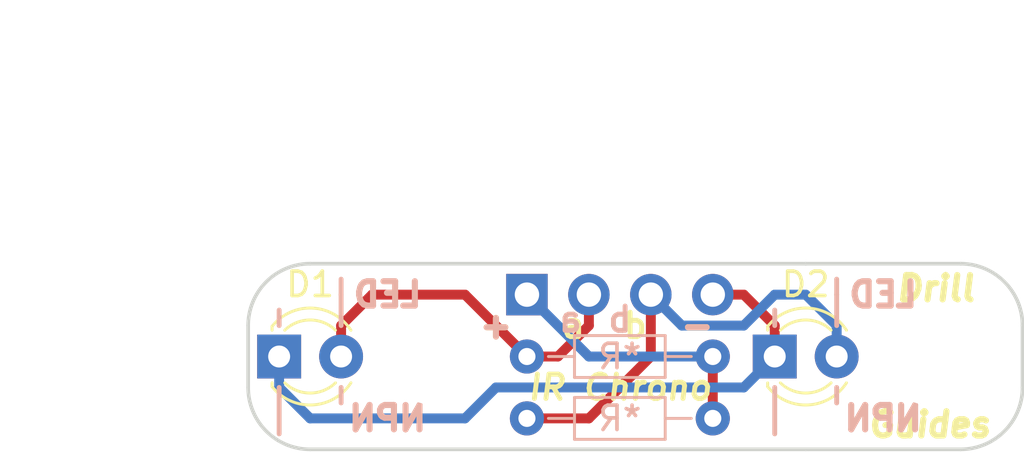
<source format=kicad_pcb>
(kicad_pcb (version 4) (host pcbnew 4.0.6)

  (general
    (links 8)
    (no_connects 0)
    (area 140.894999 102.794999 172.795001 110.565001)
    (thickness 1.6)
    (drawings 37)
    (tracks 28)
    (zones 0)
    (modules 7)
    (nets 5)
  )

  (page A4)
  (layers
    (0 F.Cu signal)
    (31 B.Cu signal)
    (32 B.Adhes user)
    (33 F.Adhes user)
    (34 B.Paste user)
    (35 F.Paste user)
    (36 B.SilkS user)
    (37 F.SilkS user)
    (38 B.Mask user)
    (39 F.Mask user)
    (40 Dwgs.User user)
    (41 Cmts.User user)
    (42 Eco1.User user)
    (43 Eco2.User user)
    (44 Edge.Cuts user)
    (45 Margin user)
    (46 B.CrtYd user)
    (47 F.CrtYd user)
    (48 B.Fab user)
    (49 F.Fab user)
  )

  (setup
    (last_trace_width 0.25)
    (user_trace_width 0.4064)
    (trace_clearance 0.2)
    (zone_clearance 0.508)
    (zone_45_only no)
    (trace_min 0.2)
    (segment_width 0.2)
    (edge_width 0.15)
    (via_size 0.6)
    (via_drill 0.4)
    (via_min_size 0.4)
    (via_min_drill 0.3)
    (uvia_size 0.3)
    (uvia_drill 0.1)
    (uvias_allowed no)
    (uvia_min_size 0.2)
    (uvia_min_drill 0.1)
    (pcb_text_width 0.3)
    (pcb_text_size 1.5 1.5)
    (mod_edge_width 0.15)
    (mod_text_size 1 1)
    (mod_text_width 0.15)
    (pad_size 1.4 1.4)
    (pad_drill 0.7)
    (pad_to_mask_clearance 0)
    (aux_axis_origin 0 0)
    (visible_elements 7FFFFFFF)
    (pcbplotparams
      (layerselection 0x00030_80000001)
      (usegerberextensions false)
      (excludeedgelayer true)
      (linewidth 0.100000)
      (plotframeref false)
      (viasonmask false)
      (mode 1)
      (useauxorigin false)
      (hpglpennumber 1)
      (hpglpenspeed 20)
      (hpglpendiameter 15)
      (hpglpenoverlay 2)
      (psnegative false)
      (psa4output false)
      (plotreference true)
      (plotvalue true)
      (plotinvisibletext false)
      (padsonsilk false)
      (subtractmaskfromsilk false)
      (outputformat 1)
      (mirror false)
      (drillshape 1)
      (scaleselection 1)
      (outputdirectory ""))
  )

  (net 0 "")
  (net 1 "Net-(J1-Pad1)")
  (net 2 "Net-(D1-Pad1)")
  (net 3 "Net-(D1-Pad2)")
  (net 4 "Net-(D2-Pad2)")

  (net_class Default "This is the default net class."
    (clearance 0.2)
    (trace_width 0.25)
    (via_dia 0.6)
    (via_drill 0.4)
    (uvia_dia 0.3)
    (uvia_drill 0.1)
    (add_net "Net-(D1-Pad1)")
    (add_net "Net-(D1-Pad2)")
    (add_net "Net-(D2-Pad2)")
    (add_net "Net-(J1-Pad1)")
  )

  (module Wire_Pads:SolderWirePad_single_2mmDrill (layer F.Cu) (tedit 5CB61A84) (tstamp 5CB617AF)
    (at 168.91 106.68)
    (fp_text reference REF** (at 0 0) (layer F.SilkS) hide
      (effects (font (size 1 1) (thickness 0.15)))
    )
    (fp_text value Guide (at 0 2.54) (layer F.Fab)
      (effects (font (size 1 1) (thickness 0.15)))
    )
    (pad "" np_thru_hole circle (at 0 0) (size 3.96875 3.96875) (drill 3.96875) (layers *.Cu *.Mask))
  )

  (module Wire_Pads:SolderWirePad_single_2mmDrill (layer F.Cu) (tedit 5CB61A7C) (tstamp 5CB61769)
    (at 148.59 106.68)
    (fp_text reference REF** (at 0 0) (layer F.SilkS) hide
      (effects (font (size 1 1) (thickness 0.15)))
    )
    (fp_text value Guide (at 0 2.54) (layer F.Fab)
      (effects (font (size 1 1) (thickness 0.15)))
    )
    (pad "" np_thru_hole circle (at 0 0) (size 3.96875 3.96875) (drill 3.96875) (layers *.Cu *.Mask))
  )

  (module Pin_Headers:Pin_Header_Straight_1x04_Pitch2.54mm (layer F.Cu) (tedit 5CAD188B) (tstamp 5CAD1536)
    (at 152.4 104.14 90)
    (descr "Through hole straight pin header, 1x04, 2.54mm pitch, single row")
    (tags "Through hole pin header THT 1x04 2.54mm single row")
    (path /5CAD16A2)
    (fp_text reference J1 (at 0 -2.33 90) (layer F.SilkS) hide
      (effects (font (size 1 1) (thickness 0.15)))
    )
    (fp_text value CONN_01X04 (at 0 9.95 90) (layer F.Fab)
      (effects (font (size 1 1) (thickness 0.15)))
    )
    (fp_line (start -1.8 -1.8) (end -1.8 9.4) (layer F.CrtYd) (width 0.05))
    (fp_line (start -1.8 9.4) (end 1.8 9.4) (layer F.CrtYd) (width 0.05))
    (fp_line (start 1.8 9.4) (end 1.8 -1.8) (layer F.CrtYd) (width 0.05))
    (fp_line (start 1.8 -1.8) (end -1.8 -1.8) (layer F.CrtYd) (width 0.05))
    (fp_text user %R (at 0 3.81 180) (layer F.Fab)
      (effects (font (size 1 1) (thickness 0.15)))
    )
    (pad 1 thru_hole rect (at 0 0 90) (size 1.7 1.7) (drill 1) (layers *.Cu *.Mask)
      (net 1 "Net-(J1-Pad1)"))
    (pad 2 thru_hole oval (at 0 2.54 90) (size 1.7 1.7) (drill 1) (layers *.Cu *.Mask)
      (net 3 "Net-(D1-Pad2)"))
    (pad 3 thru_hole oval (at 0 5.08 90) (size 1.7 1.7) (drill 1) (layers *.Cu *.Mask)
      (net 4 "Net-(D2-Pad2)"))
    (pad 4 thru_hole oval (at 0 7.62 90) (size 1.7 1.7) (drill 1) (layers *.Cu *.Mask)
      (net 2 "Net-(D1-Pad1)"))
    (model ${KISYS3DMOD}/Pin_Headers.3dshapes/Pin_Header_Straight_1x04_Pitch2.54mm.wrl
      (at (xyz 0 0 0))
      (scale (xyz 1 1 1))
      (rotate (xyz 0 0 0))
    )
  )

  (module Resistors_THT:R_Axial_DIN0204_L3.6mm_D1.6mm_P7.62mm_Horizontal (layer B.Cu) (tedit 5CB7B323) (tstamp 5CB615F3)
    (at 152.4 109.22)
    (descr "Resistor, Axial_DIN0204 series, Axial, Horizontal, pin pitch=7.62mm, 0.16666666666666666W = 1/6W, length*diameter=3.6*1.6mm^2, http://cdn-reichelt.de/documents/datenblatt/B400/1_4W%23YAG.pdf")
    (tags "Resistor Axial_DIN0204 series Axial Horizontal pin pitch 7.62mm 0.16666666666666666W = 1/6W length 3.6mm diameter 1.6mm")
    (path /5CA651C8)
    (fp_text reference R2 (at 3.81 0) (layer B.SilkS) hide
      (effects (font (size 1 1) (thickness 0.15)) (justify mirror))
    )
    (fp_text value *R (at 3.81 0) (layer B.SilkS)
      (effects (font (size 1 1) (thickness 0.15)) (justify mirror))
    )
    (fp_line (start 2.01 0.8) (end 2.01 -0.8) (layer B.Fab) (width 0.1))
    (fp_line (start 2.01 -0.8) (end 5.61 -0.8) (layer B.Fab) (width 0.1))
    (fp_line (start 5.61 -0.8) (end 5.61 0.8) (layer B.Fab) (width 0.1))
    (fp_line (start 5.61 0.8) (end 2.01 0.8) (layer B.Fab) (width 0.1))
    (fp_line (start 0 0) (end 2.01 0) (layer B.Fab) (width 0.1))
    (fp_line (start 7.62 0) (end 5.61 0) (layer B.Fab) (width 0.1))
    (fp_line (start 1.95 0.86) (end 1.95 -0.86) (layer B.SilkS) (width 0.12))
    (fp_line (start 1.95 -0.86) (end 5.67 -0.86) (layer B.SilkS) (width 0.12))
    (fp_line (start 5.67 -0.86) (end 5.67 0.86) (layer B.SilkS) (width 0.12))
    (fp_line (start 5.67 0.86) (end 1.95 0.86) (layer B.SilkS) (width 0.12))
    (fp_line (start 0.88 0) (end 1.95 0) (layer B.SilkS) (width 0.12))
    (fp_line (start 6.74 0) (end 5.67 0) (layer B.SilkS) (width 0.12))
    (fp_line (start -0.95 1.15) (end -0.95 -1.15) (layer B.CrtYd) (width 0.05))
    (fp_line (start -0.95 -1.15) (end 8.6 -1.15) (layer B.CrtYd) (width 0.05))
    (fp_line (start 8.6 -1.15) (end 8.6 1.15) (layer B.CrtYd) (width 0.05))
    (fp_line (start 8.6 1.15) (end -0.95 1.15) (layer B.CrtYd) (width 0.05))
    (pad 1 thru_hole circle (at 0 0) (size 1.4 1.4) (drill 0.7) (layers *.Cu *.Mask)
      (net 4 "Net-(D2-Pad2)"))
    (pad 2 thru_hole oval (at 7.62 0) (size 1.4 1.4) (drill 0.7) (layers *.Cu *.Mask)
      (net 1 "Net-(J1-Pad1)"))
    (model ${KISYS3DMOD}/Resistors_THT.3dshapes/R_Axial_DIN0204_L3.6mm_D1.6mm_P7.62mm_Horizontal.wrl
      (at (xyz 0 0 0))
      (scale (xyz 0.393701 0.393701 0.393701))
      (rotate (xyz 0 0 0))
    )
  )

  (module Resistors_THT:R_Axial_DIN0204_L3.6mm_D1.6mm_P7.62mm_Horizontal (layer B.Cu) (tedit 5CB7B327) (tstamp 5CB61609)
    (at 152.4 106.68)
    (descr "Resistor, Axial_DIN0204 series, Axial, Horizontal, pin pitch=7.62mm, 0.16666666666666666W = 1/6W, length*diameter=3.6*1.6mm^2, http://cdn-reichelt.de/documents/datenblatt/B400/1_4W%23YAG.pdf")
    (tags "Resistor Axial_DIN0204 series Axial Horizontal pin pitch 7.62mm 0.16666666666666666W = 1/6W length 3.6mm diameter 1.6mm")
    (path /5CAD1538)
    (fp_text reference R1 (at 3.81 0) (layer B.SilkS) hide
      (effects (font (size 1 1) (thickness 0.15)) (justify mirror))
    )
    (fp_text value *R (at 3.81 0) (layer B.SilkS)
      (effects (font (size 1 1) (thickness 0.15)) (justify mirror))
    )
    (fp_line (start 2.01 0.8) (end 2.01 -0.8) (layer B.Fab) (width 0.1))
    (fp_line (start 2.01 -0.8) (end 5.61 -0.8) (layer B.Fab) (width 0.1))
    (fp_line (start 5.61 -0.8) (end 5.61 0.8) (layer B.Fab) (width 0.1))
    (fp_line (start 5.61 0.8) (end 2.01 0.8) (layer B.Fab) (width 0.1))
    (fp_line (start 0 0) (end 2.01 0) (layer B.Fab) (width 0.1))
    (fp_line (start 7.62 0) (end 5.61 0) (layer B.Fab) (width 0.1))
    (fp_line (start 1.95 0.86) (end 1.95 -0.86) (layer B.SilkS) (width 0.12))
    (fp_line (start 1.95 -0.86) (end 5.67 -0.86) (layer B.SilkS) (width 0.12))
    (fp_line (start 5.67 -0.86) (end 5.67 0.86) (layer B.SilkS) (width 0.12))
    (fp_line (start 5.67 0.86) (end 1.95 0.86) (layer B.SilkS) (width 0.12))
    (fp_line (start 0.88 0) (end 1.95 0) (layer B.SilkS) (width 0.12))
    (fp_line (start 6.74 0) (end 5.67 0) (layer B.SilkS) (width 0.12))
    (fp_line (start -0.95 1.15) (end -0.95 -1.15) (layer B.CrtYd) (width 0.05))
    (fp_line (start -0.95 -1.15) (end 8.6 -1.15) (layer B.CrtYd) (width 0.05))
    (fp_line (start 8.6 -1.15) (end 8.6 1.15) (layer B.CrtYd) (width 0.05))
    (fp_line (start 8.6 1.15) (end -0.95 1.15) (layer B.CrtYd) (width 0.05))
    (pad 1 thru_hole circle (at 0 0) (size 1.4 1.4) (drill 0.7) (layers *.Cu *.Mask)
      (net 3 "Net-(D1-Pad2)"))
    (pad 2 thru_hole oval (at 7.62 0) (size 1.4 1.4) (drill 0.7) (layers *.Cu *.Mask)
      (net 1 "Net-(J1-Pad1)"))
    (model ${KISYS3DMOD}/Resistors_THT.3dshapes/R_Axial_DIN0204_L3.6mm_D1.6mm_P7.62mm_Horizontal.wrl
      (at (xyz 0 0 0))
      (scale (xyz 0.393701 0.393701 0.393701))
      (rotate (xyz 0 0 0))
    )
  )

  (module LEDs:LED_D3.0mm (layer F.Cu) (tedit 5CB61D29) (tstamp 5CB6169C)
    (at 142.24 106.68)
    (descr "LED, diameter 3.0mm, 2 pins")
    (tags "LED diameter 3.0mm 2 pins")
    (path /5CB6137B)
    (fp_text reference D1 (at 1.27 -2.96) (layer F.SilkS)
      (effects (font (size 1 1) (thickness 0.15)))
    )
    (fp_text value IR (at 1.27 2.96) (layer F.Fab)
      (effects (font (size 1 1) (thickness 0.15)))
    )
    (fp_arc (start 1.27 0) (end -0.23 -1.16619) (angle 284.3) (layer F.Fab) (width 0.1))
    (fp_arc (start 1.27 0) (end -0.29 -1.235516) (angle 108.8) (layer F.SilkS) (width 0.12))
    (fp_arc (start 1.27 0) (end -0.29 1.235516) (angle -108.8) (layer F.SilkS) (width 0.12))
    (fp_arc (start 1.27 0) (end 0.229039 -1.08) (angle 87.9) (layer F.SilkS) (width 0.12))
    (fp_arc (start 1.27 0) (end 0.229039 1.08) (angle -87.9) (layer F.SilkS) (width 0.12))
    (fp_circle (center 1.27 0) (end 2.77 0) (layer F.Fab) (width 0.1))
    (fp_line (start -0.23 -1.16619) (end -0.23 1.16619) (layer F.Fab) (width 0.1))
    (fp_line (start -0.29 -1.236) (end -0.29 -1.08) (layer F.SilkS) (width 0.12))
    (fp_line (start -0.29 1.08) (end -0.29 1.236) (layer F.SilkS) (width 0.12))
    (fp_line (start -1.15 -2.25) (end -1.15 2.25) (layer F.CrtYd) (width 0.05))
    (fp_line (start -1.15 2.25) (end 3.7 2.25) (layer F.CrtYd) (width 0.05))
    (fp_line (start 3.7 2.25) (end 3.7 -2.25) (layer F.CrtYd) (width 0.05))
    (fp_line (start 3.7 -2.25) (end -1.15 -2.25) (layer F.CrtYd) (width 0.05))
    (pad 1 thru_hole rect (at 0 0) (size 1.8 1.8) (drill 0.9) (layers *.Cu B.Mask)
      (net 2 "Net-(D1-Pad1)"))
    (pad 2 thru_hole circle (at 2.54 0) (size 1.8 1.8) (drill 0.9) (layers *.Cu B.Mask)
      (net 3 "Net-(D1-Pad2)"))
    (model ${KISYS3DMOD}/LEDs.3dshapes/LED_D3.0mm.wrl
      (at (xyz 0 0 0))
      (scale (xyz 0.393701 0.393701 0.393701))
      (rotate (xyz 0 0 0))
    )
  )

  (module LEDs:LED_D3.0mm (layer F.Cu) (tedit 5CB61D46) (tstamp 5CB616AF)
    (at 162.56 106.68)
    (descr "LED, diameter 3.0mm, 2 pins")
    (tags "LED diameter 3.0mm 2 pins")
    (path /5CB6132E)
    (fp_text reference D2 (at 1.27 -2.96) (layer F.SilkS)
      (effects (font (size 1 1) (thickness 0.15)))
    )
    (fp_text value IR (at 1.27 2.96) (layer F.Fab)
      (effects (font (size 1 1) (thickness 0.15)))
    )
    (fp_arc (start 1.27 0) (end -0.23 -1.16619) (angle 284.3) (layer F.Fab) (width 0.1))
    (fp_arc (start 1.27 0) (end -0.29 -1.235516) (angle 108.8) (layer F.SilkS) (width 0.12))
    (fp_arc (start 1.27 0) (end -0.29 1.235516) (angle -108.8) (layer F.SilkS) (width 0.12))
    (fp_arc (start 1.27 0) (end 0.229039 -1.08) (angle 87.9) (layer F.SilkS) (width 0.12))
    (fp_arc (start 1.27 0) (end 0.229039 1.08) (angle -87.9) (layer F.SilkS) (width 0.12))
    (fp_circle (center 1.27 0) (end 2.77 0) (layer F.Fab) (width 0.1))
    (fp_line (start -0.23 -1.16619) (end -0.23 1.16619) (layer F.Fab) (width 0.1))
    (fp_line (start -0.29 -1.236) (end -0.29 -1.08) (layer F.SilkS) (width 0.12))
    (fp_line (start -0.29 1.08) (end -0.29 1.236) (layer F.SilkS) (width 0.12))
    (fp_line (start -1.15 -2.25) (end -1.15 2.25) (layer F.CrtYd) (width 0.05))
    (fp_line (start -1.15 2.25) (end 3.7 2.25) (layer F.CrtYd) (width 0.05))
    (fp_line (start 3.7 2.25) (end 3.7 -2.25) (layer F.CrtYd) (width 0.05))
    (fp_line (start 3.7 -2.25) (end -1.15 -2.25) (layer F.CrtYd) (width 0.05))
    (pad 1 thru_hole rect (at 0 0) (size 1.8 1.8) (drill 0.9) (layers *.Cu B.Mask)
      (net 2 "Net-(D1-Pad1)"))
    (pad 2 thru_hole circle (at 2.54 0) (size 1.8 1.8) (drill 0.9) (layers *.Cu B.Mask)
      (net 4 "Net-(D2-Pad2)"))
    (model ${KISYS3DMOD}/LEDs.3dshapes/LED_D3.0mm.wrl
      (at (xyz 0 0 0))
      (scale (xyz 0.393701 0.393701 0.393701))
      (rotate (xyz 0 0 0))
    )
  )

  (gr_text Guides (at 168.91 109.474) (layer F.SilkS)
    (effects (font (size 1 1) (thickness 0.25) italic))
  )
  (gr_text Drill (at 169.164 103.886) (layer F.SilkS)
    (effects (font (size 1 1) (thickness 0.25) italic))
  )
  (dimension 7.62 (width 0.3) (layer Dwgs.User)
    (gr_text "0.3000 in" (at 137.08 106.68 90) (layer Dwgs.User)
      (effects (font (size 1.5 1.5) (thickness 0.3)))
    )
    (feature1 (pts (xy 142.24 102.87) (xy 135.73 102.87)))
    (feature2 (pts (xy 142.24 110.49) (xy 135.73 110.49)))
    (crossbar (pts (xy 138.43 110.49) (xy 138.43 102.87)))
    (arrow1a (pts (xy 138.43 102.87) (xy 139.016421 103.996504)))
    (arrow1b (pts (xy 138.43 102.87) (xy 137.843579 103.996504)))
    (arrow2a (pts (xy 138.43 110.49) (xy 139.016421 109.363496)))
    (arrow2b (pts (xy 138.43 110.49) (xy 137.843579 109.363496)))
  )
  (gr_line (start 165.1 107.95) (end 165.1 108.585) (angle 90) (layer B.SilkS) (width 0.2))
  (gr_line (start 144.78 104.14) (end 144.78 103.505) (angle 90) (layer B.SilkS) (width 0.2))
  (gr_line (start 144.78 107.95) (end 144.78 108.585) (angle 90) (layer B.SilkS) (width 0.2))
  (gr_line (start 142.24 107.95) (end 142.24 109.855) (angle 90) (layer B.SilkS) (width 0.2))
  (gr_line (start 165.1 104.14) (end 165.1 103.505) (angle 90) (layer B.SilkS) (width 0.2))
  (gr_line (start 162.56 107.95) (end 162.56 109.855) (angle 90) (layer B.SilkS) (width 0.2))
  (gr_line (start 162.56 105.41) (end 162.56 104.775) (angle 90) (layer B.SilkS) (width 0.2))
  (gr_line (start 165.1 105.41) (end 165.1 104.14) (angle 90) (layer B.SilkS) (width 0.2))
  (gr_text LED (at 167.005 104.14) (layer B.SilkS)
    (effects (font (size 1 1) (thickness 0.25)) (justify mirror))
  )
  (gr_text NPN (at 167.005 109.22) (layer B.SilkS)
    (effects (font (size 1 1) (thickness 0.25)) (justify mirror))
  )
  (gr_text NPN (at 146.685 109.22) (layer B.SilkS)
    (effects (font (size 1 1) (thickness 0.25)) (justify mirror))
  )
  (gr_text LED (at 146.685 104.14) (layer B.SilkS)
    (effects (font (size 1 1) (thickness 0.25)) (justify mirror))
  )
  (gr_line (start 144.78 105.41) (end 144.78 104.14) (angle 90) (layer B.SilkS) (width 0.2))
  (gr_line (start 142.24 105.41) (end 142.24 104.775) (angle 90) (layer B.SilkS) (width 0.2))
  (gr_line (start 163.83 110.49) (end 170.18 110.49) (angle 90) (layer Edge.Cuts) (width 0.15))
  (gr_line (start 163.83 102.87) (end 170.18 102.87) (angle 90) (layer Edge.Cuts) (width 0.15))
  (dimension 20.32 (width 0.3) (layer Dwgs.User)
    (gr_text "0.8000 in" (at 153.67 93.9) (layer Dwgs.User)
      (effects (font (size 1.5 1.5) (thickness 0.3)))
    )
    (feature1 (pts (xy 163.83 106.68) (xy 163.83 92.55)))
    (feature2 (pts (xy 143.51 106.68) (xy 143.51 92.55)))
    (crossbar (pts (xy 143.51 95.25) (xy 163.83 95.25)))
    (arrow1a (pts (xy 163.83 95.25) (xy 162.703496 95.836421)))
    (arrow1b (pts (xy 163.83 95.25) (xy 162.703496 94.663579)))
    (arrow2a (pts (xy 143.51 95.25) (xy 144.636504 95.836421)))
    (arrow2b (pts (xy 143.51 95.25) (xy 144.636504 94.663579)))
  )
  (gr_text - (at 159.385 105.41) (layer F.SilkS)
    (effects (font (size 1 1) (thickness 0.25)))
  )
  (gr_text b (at 156.845 105.41) (layer F.SilkS)
    (effects (font (size 1 1) (thickness 0.2)))
  )
  (gr_text a (at 154.305 105.41) (layer F.SilkS)
    (effects (font (size 1 1) (thickness 0.2)))
  )
  (gr_text + (at 151.13 105.41) (layer F.SilkS)
    (effects (font (size 1 1) (thickness 0.25)))
  )
  (gr_text "IR Chrono" (at 156.21 107.95) (layer F.SilkS)
    (effects (font (size 1 1) (thickness 0.2) italic))
  )
  (gr_text b (at 156.21 105.156) (layer B.SilkS)
    (effects (font (size 1 1) (thickness 0.2)) (justify mirror))
  )
  (gr_line (start 140.97 105.41) (end 140.97 107.95) (angle 90) (layer Edge.Cuts) (width 0.15))
  (gr_line (start 172.72 105.41) (end 172.72 107.95) (angle 90) (layer Edge.Cuts) (width 0.15))
  (gr_line (start 143.51 102.87) (end 163.83 102.87) (angle 90) (layer Edge.Cuts) (width 0.15))
  (gr_line (start 143.51 110.49) (end 163.83 110.49) (angle 90) (layer Edge.Cuts) (width 0.15))
  (gr_text - (at 159.385 105.41) (layer B.SilkS)
    (effects (font (size 1 1) (thickness 0.25)) (justify mirror))
  )
  (gr_text a (at 154.178 105.156) (layer B.SilkS)
    (effects (font (size 1 1) (thickness 0.2)) (justify mirror))
  )
  (gr_text + (at 151.13 105.41) (layer B.SilkS)
    (effects (font (size 1 1) (thickness 0.25)) (justify mirror))
  )
  (gr_arc (start 143.51 105.41) (end 140.97 105.41) (angle 90) (layer Edge.Cuts) (width 0.15))
  (gr_arc (start 143.51 107.95) (end 143.51 110.49) (angle 90) (layer Edge.Cuts) (width 0.15))
  (gr_arc (start 170.18 107.95) (end 172.72 107.95) (angle 90) (layer Edge.Cuts) (width 0.15))
  (gr_arc (start 170.18 105.41) (end 170.18 102.87) (angle 90) (layer Edge.Cuts) (width 0.15))

  (segment (start 152.4 104.14) (end 154.94 106.68) (width 0.4064) (layer B.Cu) (net 1))
  (segment (start 154.94 106.68) (end 160.02 106.68) (width 0.4064) (layer B.Cu) (net 1) (tstamp 5CB6196D))
  (segment (start 160.02 109.22) (end 160.02 106.68) (width 0.4064) (layer F.Cu) (net 1))
  (segment (start 142.24 106.68) (end 142.24 107.95) (width 0.4064) (layer B.Cu) (net 2))
  (segment (start 161.29 107.95) (end 162.56 106.68) (width 0.4064) (layer B.Cu) (net 2) (tstamp 5CB61841))
  (segment (start 151.13 107.95) (end 161.29 107.95) (width 0.4064) (layer B.Cu) (net 2) (tstamp 5CB61840))
  (segment (start 149.86 109.22) (end 151.13 107.95) (width 0.4064) (layer B.Cu) (net 2) (tstamp 5CB6183F))
  (segment (start 143.51 109.22) (end 149.86 109.22) (width 0.4064) (layer B.Cu) (net 2) (tstamp 5CB6183E))
  (segment (start 142.24 107.95) (end 143.51 109.22) (width 0.4064) (layer B.Cu) (net 2) (tstamp 5CB6183D))
  (segment (start 160.02 104.14) (end 161.29 104.14) (width 0.4064) (layer F.Cu) (net 2))
  (segment (start 162.56 105.41) (end 162.56 106.68) (width 0.4064) (layer F.Cu) (net 2) (tstamp 5CB61837))
  (segment (start 161.29 104.14) (end 162.56 105.41) (width 0.4064) (layer F.Cu) (net 2) (tstamp 5CB61836))
  (segment (start 144.78 106.68) (end 144.78 105.41) (width 0.4064) (layer F.Cu) (net 3))
  (segment (start 149.86 104.14) (end 152.4 106.68) (width 0.4064) (layer F.Cu) (net 3) (tstamp 5CB61969))
  (segment (start 146.05 104.14) (end 149.86 104.14) (width 0.4064) (layer F.Cu) (net 3) (tstamp 5CB61968))
  (segment (start 144.78 105.41) (end 146.05 104.14) (width 0.4064) (layer F.Cu) (net 3) (tstamp 5CB61967))
  (segment (start 152.4 106.68) (end 153.67 106.68) (width 0.4064) (layer F.Cu) (net 3))
  (segment (start 154.94 105.41) (end 154.94 104.14) (width 0.4064) (layer F.Cu) (net 3) (tstamp 5CB6195E))
  (segment (start 153.67 106.68) (end 154.94 105.41) (width 0.4064) (layer F.Cu) (net 3) (tstamp 5CB6195D))
  (segment (start 157.48 104.14) (end 158.75 105.41) (width 0.4064) (layer B.Cu) (net 4))
  (segment (start 165.1 105.41) (end 165.1 106.68) (width 0.4064) (layer B.Cu) (net 4) (tstamp 5CB61974))
  (segment (start 163.83 104.14) (end 165.1 105.41) (width 0.4064) (layer B.Cu) (net 4) (tstamp 5CB61973))
  (segment (start 162.56 104.14) (end 163.83 104.14) (width 0.4064) (layer B.Cu) (net 4) (tstamp 5CB61972))
  (segment (start 161.29 105.41) (end 162.56 104.14) (width 0.4064) (layer B.Cu) (net 4) (tstamp 5CB61971))
  (segment (start 158.75 105.41) (end 161.29 105.41) (width 0.4064) (layer B.Cu) (net 4) (tstamp 5CB61970))
  (segment (start 152.4 109.22) (end 154.94 109.22) (width 0.4064) (layer F.Cu) (net 4))
  (segment (start 157.48 106.68) (end 157.48 104.14) (width 0.4064) (layer F.Cu) (net 4) (tstamp 5CB61963))
  (segment (start 154.94 109.22) (end 157.48 106.68) (width 0.4064) (layer F.Cu) (net 4) (tstamp 5CB61961))

)

</source>
